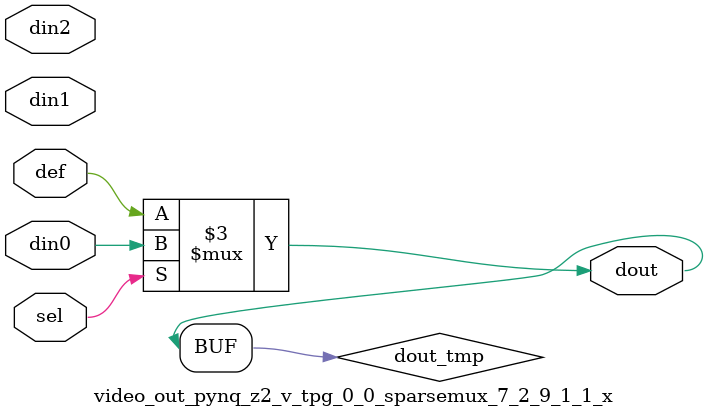
<source format=v>
`timescale 1ns / 1ps

module video_out_pynq_z2_v_tpg_0_0_sparsemux_7_2_9_1_1_x (din0,din1,din2,def,sel,dout);

parameter din0_WIDTH = 1;

parameter din1_WIDTH = 1;

parameter din2_WIDTH = 1;

parameter def_WIDTH = 1;
parameter sel_WIDTH = 1;
parameter dout_WIDTH = 1;

parameter [sel_WIDTH-1:0] CASE0 = 1;

parameter [sel_WIDTH-1:0] CASE1 = 1;

parameter [sel_WIDTH-1:0] CASE2 = 1;

parameter ID = 1;
parameter NUM_STAGE = 1;



input [din0_WIDTH-1:0] din0;

input [din1_WIDTH-1:0] din1;

input [din2_WIDTH-1:0] din2;

input [def_WIDTH-1:0] def;
input [sel_WIDTH-1:0] sel;

output [dout_WIDTH-1:0] dout;



reg [dout_WIDTH-1:0] dout_tmp;


always @ (*) begin
(* parallel_case *) case (sel)
    
    CASE0 : dout_tmp = din0;
    
    CASE1 : dout_tmp = din1;
    
    CASE2 : dout_tmp = din2;
    
    default : dout_tmp = def;
endcase
end


assign dout = dout_tmp;



endmodule

</source>
